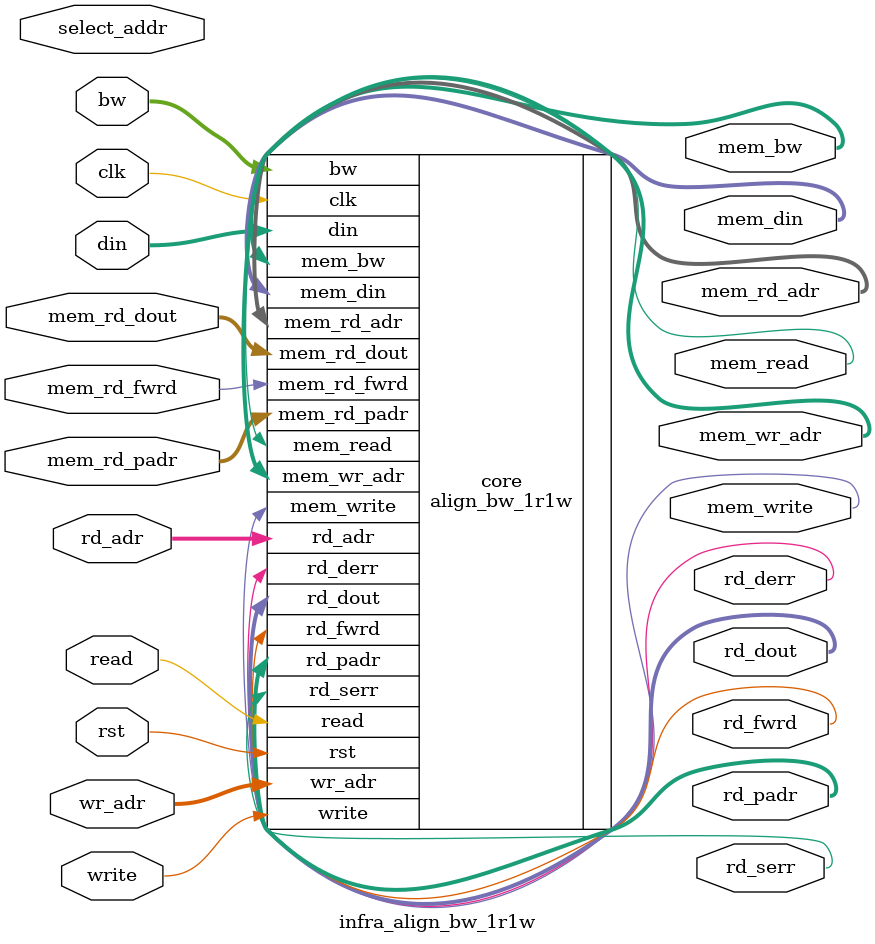
<source format=v>
module infra_align_bw_1r1w (write, wr_adr, bw, din, read, rd_adr, rd_dout, rd_fwrd, rd_serr, rd_derr, rd_padr,
	                    mem_write, mem_wr_adr, mem_bw, mem_din, mem_read, mem_rd_adr, mem_rd_dout, mem_rd_fwrd, mem_rd_padr,
		            clk, rst,
		            select_addr);

  parameter WIDTH = 32;
  parameter ENAPSDO = 0;
  parameter NUMADDR = 1024;
  parameter BITADDR = 10;
  parameter NUMWRDS = 4;
  parameter BITWRDS = 2;
  parameter NUMSROW = 256;
  parameter BITSROW = 8;
  parameter BITPADR = 10;
  parameter SRAM_DELAY = 2;
  parameter FLOPGEN = 0;
  parameter FLOPCMD = 0;
  parameter FLOPMEM = 0;
  parameter FLOPOUT = 0;
  parameter ENAPADR = 0;
  parameter RSTZERO = 0;
  parameter RSTONES = 0;

  input write;
  input [BITADDR-1:0] wr_adr;
  input [WIDTH-1:0] bw;
  input [WIDTH-1:0] din;

  input read;
  input [BITADDR-1:0] rd_adr;
  output [WIDTH-1:0] rd_dout;
  output rd_fwrd;
  output rd_serr;
  output rd_derr;
  output [BITPADR-1:0] rd_padr;

  output mem_write;
  output [BITSROW-1:0] mem_wr_adr;
  output [NUMWRDS*WIDTH-1:0] mem_bw;
  output [NUMWRDS*WIDTH-1:0] mem_din;

  output mem_read;
  output [BITSROW-1:0] mem_rd_adr;
  input [NUMWRDS*WIDTH-1:0] mem_rd_dout;
  input mem_rd_fwrd;
  input [BITPADR-BITWRDS-1:0] mem_rd_padr;

  input clk;
  input rst;

  input [BITADDR-1:0] select_addr;

  align_bw_1r1w #(.WIDTH (WIDTH), .ENAPSDO (ENAPSDO), .NUMADDR (NUMADDR), .BITADDR (BITADDR),
                  .NUMWRDS (NUMWRDS), .BITWRDS (BITWRDS), .NUMSROW (NUMSROW), .BITSROW (BITSROW), .BITPADR (BITPADR),
                  .SRAM_DELAY (SRAM_DELAY), .FLOPGEN (FLOPGEN), .FLOPCMD (FLOPCMD), .FLOPMEM (FLOPMEM), .FLOPOUT (FLOPOUT), .ENAPADR (ENAPADR))
    core (.write (write), .wr_adr (wr_adr), .bw (bw), .din (din),
          .read (read), .rd_adr (rd_adr), .rd_dout (rd_dout), .rd_fwrd (rd_fwrd), .rd_serr (rd_serr), .rd_derr (rd_derr), .rd_padr (rd_padr),
          .mem_write (mem_write), .mem_wr_adr (mem_wr_adr), .mem_bw (mem_bw), .mem_din (mem_din),
          .mem_read (mem_read), .mem_rd_adr (mem_rd_adr), .mem_rd_dout (mem_rd_dout), .mem_rd_fwrd (mem_rd_fwrd), .mem_rd_padr (mem_rd_padr),
          .clk (clk), .rst (rst));

`ifdef FORMAL
assume_select_addr_range: assume property (@(posedge clk) disable iff (rst) (select_addr < NUMADDR));
assume_select_addr_stable: assume property (@(posedge clk) disable iff (rst) $stable(select_addr));

ip_top_sva_align_bw_1r1w #(
     .WIDTH       (WIDTH),
     .ENAPSDO     (ENAPSDO),
     .NUMADDR     (NUMADDR),
     .BITADDR     (BITADDR),
     .NUMWRDS     (NUMWRDS),
     .BITWRDS     (BITWRDS),
     .NUMSROW     (NUMSROW),
     .BITSROW     (BITSROW),
     .BITPADR     (BITPADR),
     .SRAM_DELAY  (SRAM_DELAY),
     .FLOPGEN     (FLOPGEN),
     .FLOPCMD     (FLOPCMD),
     .FLOPMEM     (FLOPMEM),
     .FLOPOUT     (FLOPOUT),
     .ENAPADR     (ENAPADR),
     .RSTZERO     (RSTZERO),
     .RSTONES     (RSTONES))
ip_top_sva (.*);

ip_top_sva_2_align_bw_1r1w #(
     .ENAPSDO     (ENAPSDO),
     .NUMADDR     (NUMADDR),
     .BITADDR     (BITADDR),
     .NUMSROW     (NUMSROW),
     .BITSROW     (BITSROW))
ip_top_sva_2 (.*);

`elsif SIM_SVA

genvar sva_int;
// generate for (sva_int=0; sva_int<WIDTH; sva_int=sva_int+1) begin
generate for (sva_int=0; sva_int<1; sva_int=sva_int+1) begin: sva_loop
  wire [BITADDR-1:0] help_addr = sva_int;
ip_top_sva_align_bw_1r1w #(
     .WIDTH       (WIDTH),
     .ENAPSDO     (ENAPSDO),
     .NUMADDR     (NUMADDR),
     .BITADDR     (BITADDR),
     .NUMWRDS     (NUMWRDS),
     .BITWRDS     (BITWRDS),
     .NUMSROW     (NUMSROW),
     .BITSROW     (BITSROW),
     .BITPADR     (BITPADR),
     .SRAM_DELAY  (SRAM_DELAY),
     .FLOPGEN     (FLOPGEN),
     .FLOPCMD     (FLOPCMD),
     .FLOPMEM     (FLOPMEM),
     .FLOPOUT     (FLOPOUT),
     .ENAPADR     (ENAPADR),
     .RSTZERO     (RSTZERO),
     .RSTONES     (RSTONES))
ip_top_sva (.select_addr(help_addr), .*);
end
endgenerate

ip_top_sva_2_align_bw_1r1w #(
     .ENAPSDO     (ENAPSDO),
     .NUMADDR     (NUMADDR),
     .BITADDR     (BITADDR),
     .NUMSROW     (NUMSROW),
     .BITSROW     (BITSROW))
ip_top_sva_2 (.*);

`endif

endmodule


</source>
